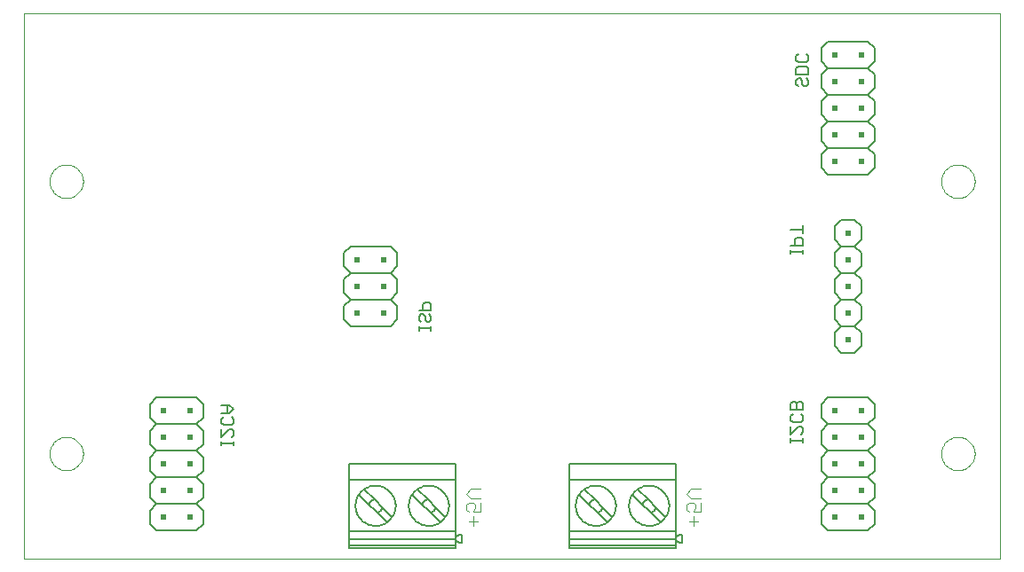
<source format=gbo>
G75*
G70*
%OFA0B0*%
%FSLAX24Y24*%
%IPPOS*%
%LPD*%
%AMOC8*
5,1,8,0,0,1.08239X$1,22.5*
%
%ADD10C,0.0000*%
%ADD11C,0.0040*%
%ADD12C,0.0060*%
%ADD13R,0.0200X0.0200*%
%ADD14C,0.0050*%
%ADD15C,0.0080*%
D10*
X000377Y000377D02*
X036991Y000377D01*
X036991Y020849D01*
X000377Y020849D01*
X000377Y000377D01*
X001322Y004314D02*
X001324Y004364D01*
X001330Y004414D01*
X001340Y004463D01*
X001354Y004511D01*
X001371Y004558D01*
X001392Y004603D01*
X001417Y004647D01*
X001445Y004688D01*
X001477Y004727D01*
X001511Y004764D01*
X001548Y004798D01*
X001588Y004828D01*
X001630Y004855D01*
X001674Y004879D01*
X001720Y004900D01*
X001767Y004916D01*
X001815Y004929D01*
X001865Y004938D01*
X001914Y004943D01*
X001965Y004944D01*
X002015Y004941D01*
X002064Y004934D01*
X002113Y004923D01*
X002161Y004908D01*
X002207Y004890D01*
X002252Y004868D01*
X002295Y004842D01*
X002336Y004813D01*
X002375Y004781D01*
X002411Y004746D01*
X002443Y004708D01*
X002473Y004668D01*
X002500Y004625D01*
X002523Y004581D01*
X002542Y004535D01*
X002558Y004487D01*
X002570Y004438D01*
X002578Y004389D01*
X002582Y004339D01*
X002582Y004289D01*
X002578Y004239D01*
X002570Y004190D01*
X002558Y004141D01*
X002542Y004093D01*
X002523Y004047D01*
X002500Y004003D01*
X002473Y003960D01*
X002443Y003920D01*
X002411Y003882D01*
X002375Y003847D01*
X002336Y003815D01*
X002295Y003786D01*
X002252Y003760D01*
X002207Y003738D01*
X002161Y003720D01*
X002113Y003705D01*
X002064Y003694D01*
X002015Y003687D01*
X001965Y003684D01*
X001914Y003685D01*
X001865Y003690D01*
X001815Y003699D01*
X001767Y003712D01*
X001720Y003728D01*
X001674Y003749D01*
X001630Y003773D01*
X001588Y003800D01*
X001548Y003830D01*
X001511Y003864D01*
X001477Y003901D01*
X001445Y003940D01*
X001417Y003981D01*
X001392Y004025D01*
X001371Y004070D01*
X001354Y004117D01*
X001340Y004165D01*
X001330Y004214D01*
X001324Y004264D01*
X001322Y004314D01*
X001322Y014550D02*
X001324Y014600D01*
X001330Y014650D01*
X001340Y014699D01*
X001354Y014747D01*
X001371Y014794D01*
X001392Y014839D01*
X001417Y014883D01*
X001445Y014924D01*
X001477Y014963D01*
X001511Y015000D01*
X001548Y015034D01*
X001588Y015064D01*
X001630Y015091D01*
X001674Y015115D01*
X001720Y015136D01*
X001767Y015152D01*
X001815Y015165D01*
X001865Y015174D01*
X001914Y015179D01*
X001965Y015180D01*
X002015Y015177D01*
X002064Y015170D01*
X002113Y015159D01*
X002161Y015144D01*
X002207Y015126D01*
X002252Y015104D01*
X002295Y015078D01*
X002336Y015049D01*
X002375Y015017D01*
X002411Y014982D01*
X002443Y014944D01*
X002473Y014904D01*
X002500Y014861D01*
X002523Y014817D01*
X002542Y014771D01*
X002558Y014723D01*
X002570Y014674D01*
X002578Y014625D01*
X002582Y014575D01*
X002582Y014525D01*
X002578Y014475D01*
X002570Y014426D01*
X002558Y014377D01*
X002542Y014329D01*
X002523Y014283D01*
X002500Y014239D01*
X002473Y014196D01*
X002443Y014156D01*
X002411Y014118D01*
X002375Y014083D01*
X002336Y014051D01*
X002295Y014022D01*
X002252Y013996D01*
X002207Y013974D01*
X002161Y013956D01*
X002113Y013941D01*
X002064Y013930D01*
X002015Y013923D01*
X001965Y013920D01*
X001914Y013921D01*
X001865Y013926D01*
X001815Y013935D01*
X001767Y013948D01*
X001720Y013964D01*
X001674Y013985D01*
X001630Y014009D01*
X001588Y014036D01*
X001548Y014066D01*
X001511Y014100D01*
X001477Y014137D01*
X001445Y014176D01*
X001417Y014217D01*
X001392Y014261D01*
X001371Y014306D01*
X001354Y014353D01*
X001340Y014401D01*
X001330Y014450D01*
X001324Y014500D01*
X001322Y014550D01*
X034786Y014550D02*
X034788Y014600D01*
X034794Y014650D01*
X034804Y014699D01*
X034818Y014747D01*
X034835Y014794D01*
X034856Y014839D01*
X034881Y014883D01*
X034909Y014924D01*
X034941Y014963D01*
X034975Y015000D01*
X035012Y015034D01*
X035052Y015064D01*
X035094Y015091D01*
X035138Y015115D01*
X035184Y015136D01*
X035231Y015152D01*
X035279Y015165D01*
X035329Y015174D01*
X035378Y015179D01*
X035429Y015180D01*
X035479Y015177D01*
X035528Y015170D01*
X035577Y015159D01*
X035625Y015144D01*
X035671Y015126D01*
X035716Y015104D01*
X035759Y015078D01*
X035800Y015049D01*
X035839Y015017D01*
X035875Y014982D01*
X035907Y014944D01*
X035937Y014904D01*
X035964Y014861D01*
X035987Y014817D01*
X036006Y014771D01*
X036022Y014723D01*
X036034Y014674D01*
X036042Y014625D01*
X036046Y014575D01*
X036046Y014525D01*
X036042Y014475D01*
X036034Y014426D01*
X036022Y014377D01*
X036006Y014329D01*
X035987Y014283D01*
X035964Y014239D01*
X035937Y014196D01*
X035907Y014156D01*
X035875Y014118D01*
X035839Y014083D01*
X035800Y014051D01*
X035759Y014022D01*
X035716Y013996D01*
X035671Y013974D01*
X035625Y013956D01*
X035577Y013941D01*
X035528Y013930D01*
X035479Y013923D01*
X035429Y013920D01*
X035378Y013921D01*
X035329Y013926D01*
X035279Y013935D01*
X035231Y013948D01*
X035184Y013964D01*
X035138Y013985D01*
X035094Y014009D01*
X035052Y014036D01*
X035012Y014066D01*
X034975Y014100D01*
X034941Y014137D01*
X034909Y014176D01*
X034881Y014217D01*
X034856Y014261D01*
X034835Y014306D01*
X034818Y014353D01*
X034804Y014401D01*
X034794Y014450D01*
X034788Y014500D01*
X034786Y014550D01*
X034786Y004314D02*
X034788Y004364D01*
X034794Y004414D01*
X034804Y004463D01*
X034818Y004511D01*
X034835Y004558D01*
X034856Y004603D01*
X034881Y004647D01*
X034909Y004688D01*
X034941Y004727D01*
X034975Y004764D01*
X035012Y004798D01*
X035052Y004828D01*
X035094Y004855D01*
X035138Y004879D01*
X035184Y004900D01*
X035231Y004916D01*
X035279Y004929D01*
X035329Y004938D01*
X035378Y004943D01*
X035429Y004944D01*
X035479Y004941D01*
X035528Y004934D01*
X035577Y004923D01*
X035625Y004908D01*
X035671Y004890D01*
X035716Y004868D01*
X035759Y004842D01*
X035800Y004813D01*
X035839Y004781D01*
X035875Y004746D01*
X035907Y004708D01*
X035937Y004668D01*
X035964Y004625D01*
X035987Y004581D01*
X036006Y004535D01*
X036022Y004487D01*
X036034Y004438D01*
X036042Y004389D01*
X036046Y004339D01*
X036046Y004289D01*
X036042Y004239D01*
X036034Y004190D01*
X036022Y004141D01*
X036006Y004093D01*
X035987Y004047D01*
X035964Y004003D01*
X035937Y003960D01*
X035907Y003920D01*
X035875Y003882D01*
X035839Y003847D01*
X035800Y003815D01*
X035759Y003786D01*
X035716Y003760D01*
X035671Y003738D01*
X035625Y003720D01*
X035577Y003705D01*
X035528Y003694D01*
X035479Y003687D01*
X035429Y003684D01*
X035378Y003685D01*
X035329Y003690D01*
X035279Y003699D01*
X035231Y003712D01*
X035184Y003728D01*
X035138Y003749D01*
X035094Y003773D01*
X035052Y003800D01*
X035012Y003830D01*
X034975Y003864D01*
X034941Y003901D01*
X034909Y003940D01*
X034881Y003981D01*
X034856Y004025D01*
X034835Y004070D01*
X034818Y004117D01*
X034804Y004165D01*
X034794Y004214D01*
X034788Y004264D01*
X034786Y004314D01*
D11*
X025751Y002984D02*
X025404Y002984D01*
X025231Y002811D01*
X025404Y002637D01*
X025751Y002637D01*
X025751Y002468D02*
X025751Y002121D01*
X025491Y002121D01*
X025578Y002295D01*
X025578Y002382D01*
X025491Y002468D01*
X025317Y002468D01*
X025231Y002382D01*
X025231Y002208D01*
X025317Y002121D01*
X025491Y001953D02*
X025491Y001606D01*
X025664Y001779D02*
X025317Y001779D01*
X017483Y002121D02*
X017223Y002121D01*
X017310Y002295D01*
X017310Y002382D01*
X017223Y002468D01*
X017050Y002468D01*
X016963Y002382D01*
X016963Y002208D01*
X017050Y002121D01*
X017223Y001953D02*
X017223Y001606D01*
X017050Y001779D02*
X017397Y001779D01*
X017483Y002121D02*
X017483Y002468D01*
X017483Y002637D02*
X017136Y002637D01*
X016963Y002811D01*
X017136Y002984D01*
X017483Y002984D01*
D12*
X014119Y009113D02*
X012619Y009113D01*
X012369Y009363D01*
X012369Y009863D01*
X012619Y010113D01*
X014119Y010113D01*
X014369Y009863D01*
X014369Y009363D01*
X014119Y009113D01*
X014119Y010113D02*
X014369Y010363D01*
X014369Y010863D01*
X014119Y011113D01*
X012619Y011113D01*
X012369Y010863D01*
X012369Y010363D01*
X012619Y010113D01*
X012619Y011113D02*
X012369Y011363D01*
X012369Y011863D01*
X012619Y012113D01*
X014119Y012113D01*
X014369Y011863D01*
X014369Y011363D01*
X014119Y011113D01*
X007086Y006170D02*
X006836Y006420D01*
X005336Y006420D01*
X005086Y006170D01*
X005086Y005670D01*
X005336Y005420D01*
X006836Y005420D01*
X007086Y005170D01*
X007086Y004670D01*
X006836Y004420D01*
X005336Y004420D01*
X005086Y004170D01*
X005086Y003670D01*
X005336Y003420D01*
X006836Y003420D01*
X007086Y003170D01*
X007086Y002670D01*
X006836Y002420D01*
X007086Y002170D01*
X007086Y001670D01*
X006836Y001420D01*
X005336Y001420D01*
X005086Y001670D01*
X005086Y002170D01*
X005336Y002420D01*
X006836Y002420D01*
X005336Y002420D02*
X005086Y002670D01*
X005086Y003170D01*
X005336Y003420D01*
X005336Y004420D02*
X005086Y004670D01*
X005086Y005170D01*
X005336Y005420D01*
X006836Y005420D02*
X007086Y005670D01*
X007086Y006170D01*
X006836Y004420D02*
X007086Y004170D01*
X007086Y003670D01*
X006836Y003420D01*
X030282Y003170D02*
X030282Y002670D01*
X030532Y002420D01*
X030282Y002170D01*
X030282Y001670D01*
X030532Y001420D01*
X032032Y001420D01*
X032282Y001670D01*
X032282Y002170D01*
X032032Y002420D01*
X030532Y002420D01*
X030282Y003170D02*
X030532Y003420D01*
X032032Y003420D01*
X032282Y003170D01*
X032282Y002670D01*
X032032Y002420D01*
X032032Y003420D02*
X032282Y003670D01*
X032282Y004170D01*
X032032Y004420D01*
X030532Y004420D01*
X030282Y004170D01*
X030282Y003670D01*
X030532Y003420D01*
X030532Y004420D02*
X030282Y004670D01*
X030282Y005170D01*
X030532Y005420D01*
X032032Y005420D01*
X032282Y005170D01*
X032282Y004670D01*
X032032Y004420D01*
X032032Y005420D02*
X032282Y005670D01*
X032282Y006170D01*
X032032Y006420D01*
X030532Y006420D01*
X030282Y006170D01*
X030282Y005670D01*
X030532Y005420D01*
X031032Y008113D02*
X030782Y008363D01*
X030782Y008863D01*
X031032Y009113D01*
X030782Y009363D01*
X030782Y009863D01*
X031032Y010113D01*
X031532Y010113D01*
X031782Y009863D01*
X031782Y009363D01*
X031532Y009113D01*
X031032Y009113D01*
X031532Y009113D02*
X031782Y008863D01*
X031782Y008363D01*
X031532Y008113D01*
X031032Y008113D01*
X031032Y010113D02*
X030782Y010363D01*
X030782Y010863D01*
X031032Y011113D01*
X030782Y011363D01*
X030782Y011863D01*
X031032Y012113D01*
X030782Y012363D01*
X030782Y012863D01*
X031032Y013113D01*
X031532Y013113D01*
X031782Y012863D01*
X031782Y012363D01*
X031532Y012113D01*
X031032Y012113D01*
X031532Y012113D02*
X031782Y011863D01*
X031782Y011363D01*
X031532Y011113D01*
X031032Y011113D01*
X031532Y011113D02*
X031782Y010863D01*
X031782Y010363D01*
X031532Y010113D01*
X032032Y014806D02*
X030532Y014806D01*
X030282Y015056D01*
X030282Y015556D01*
X030532Y015806D01*
X032032Y015806D01*
X032282Y015556D01*
X032282Y015056D01*
X032032Y014806D01*
X032032Y015806D02*
X032282Y016056D01*
X032282Y016556D01*
X032032Y016806D01*
X030532Y016806D01*
X030282Y016556D01*
X030282Y016056D01*
X030532Y015806D01*
X030532Y016806D02*
X030282Y017056D01*
X030282Y017556D01*
X030532Y017806D01*
X032032Y017806D01*
X032282Y017556D01*
X032282Y017056D01*
X032032Y016806D01*
X032032Y017806D02*
X032282Y018056D01*
X032282Y018556D01*
X032032Y018806D01*
X030532Y018806D01*
X030282Y018556D01*
X030282Y018056D01*
X030532Y017806D01*
X030532Y018806D02*
X030282Y019056D01*
X030282Y019556D01*
X030532Y019806D01*
X032032Y019806D01*
X032282Y019556D01*
X032282Y019056D01*
X032032Y018806D01*
D13*
X031782Y019306D03*
X030782Y019306D03*
X030782Y018306D03*
X031782Y018306D03*
X031782Y017306D03*
X030782Y017306D03*
X030782Y016306D03*
X031782Y016306D03*
X031782Y015306D03*
X030782Y015306D03*
X031282Y012613D03*
X031282Y011613D03*
X031282Y010613D03*
X031282Y009613D03*
X031282Y008613D03*
X030782Y005920D03*
X031782Y005920D03*
X031782Y004920D03*
X030782Y004920D03*
X030782Y003920D03*
X031782Y003920D03*
X031782Y002920D03*
X030782Y002920D03*
X030782Y001920D03*
X031782Y001920D03*
X013869Y009613D03*
X012869Y009613D03*
X012869Y010613D03*
X013869Y010613D03*
X013869Y011613D03*
X012869Y011613D03*
X006586Y005920D03*
X005586Y005920D03*
X005586Y004920D03*
X006586Y004920D03*
X006586Y003920D03*
X005586Y003920D03*
X005586Y002920D03*
X006586Y002920D03*
X006586Y001920D03*
X005586Y001920D03*
D14*
X007776Y004619D02*
X007776Y004769D01*
X007776Y004694D02*
X008226Y004694D01*
X008226Y004619D02*
X008226Y004769D01*
X008151Y004926D02*
X008226Y005001D01*
X008226Y005151D01*
X008151Y005226D01*
X008076Y005226D01*
X007776Y004926D01*
X007776Y005226D01*
X007851Y005387D02*
X007776Y005462D01*
X007776Y005612D01*
X007851Y005687D01*
X007776Y005847D02*
X008076Y005847D01*
X008226Y005997D01*
X008076Y006147D01*
X007776Y006147D01*
X008001Y006147D02*
X008001Y005847D01*
X008151Y005687D02*
X008226Y005612D01*
X008226Y005462D01*
X008151Y005387D01*
X007851Y005387D01*
X015187Y008942D02*
X015187Y009092D01*
X015187Y009017D02*
X015638Y009017D01*
X015638Y008942D02*
X015638Y009092D01*
X015563Y009249D02*
X015488Y009249D01*
X015412Y009324D01*
X015412Y009474D01*
X015337Y009549D01*
X015262Y009549D01*
X015187Y009474D01*
X015187Y009324D01*
X015262Y009249D01*
X015563Y009249D02*
X015638Y009324D01*
X015638Y009474D01*
X015563Y009549D01*
X015638Y009709D02*
X015187Y009709D01*
X015337Y009709D02*
X015337Y009934D01*
X015412Y010009D01*
X015563Y010009D01*
X015638Y009934D01*
X015638Y009709D01*
X029142Y011819D02*
X029142Y011969D01*
X029142Y011894D02*
X029592Y011894D01*
X029592Y011819D02*
X029592Y011969D01*
X029592Y012126D02*
X029592Y012351D01*
X029517Y012426D01*
X029367Y012426D01*
X029292Y012351D01*
X029292Y012126D01*
X029142Y012126D02*
X029592Y012126D01*
X029592Y012586D02*
X029592Y012887D01*
X029592Y012737D02*
X029142Y012737D01*
X029414Y018118D02*
X029339Y018193D01*
X029339Y018344D01*
X029414Y018419D01*
X029489Y018419D01*
X029564Y018344D01*
X029564Y018193D01*
X029639Y018118D01*
X029714Y018118D01*
X029789Y018193D01*
X029789Y018344D01*
X029714Y018419D01*
X029789Y018579D02*
X029339Y018579D01*
X029339Y018804D01*
X029414Y018879D01*
X029714Y018879D01*
X029789Y018804D01*
X029789Y018579D01*
X029714Y019039D02*
X029414Y019039D01*
X029339Y019114D01*
X029339Y019264D01*
X029414Y019339D01*
X029714Y019339D02*
X029789Y019264D01*
X029789Y019114D01*
X029714Y019039D01*
X029517Y006261D02*
X029442Y006261D01*
X029367Y006185D01*
X029367Y005960D01*
X029217Y005800D02*
X029142Y005725D01*
X029142Y005575D01*
X029217Y005500D01*
X029517Y005500D01*
X029592Y005575D01*
X029592Y005725D01*
X029517Y005800D01*
X029592Y005960D02*
X029142Y005960D01*
X029142Y006185D01*
X029217Y006261D01*
X029292Y006261D01*
X029367Y006185D01*
X029517Y006261D02*
X029592Y006185D01*
X029592Y005960D01*
X029517Y005340D02*
X029592Y005265D01*
X029592Y005115D01*
X029517Y005039D01*
X029592Y004883D02*
X029592Y004733D01*
X029592Y004808D02*
X029142Y004808D01*
X029142Y004733D02*
X029142Y004883D01*
X029142Y005039D02*
X029442Y005340D01*
X029517Y005340D01*
X029142Y005340D02*
X029142Y005039D01*
D15*
X024826Y003940D02*
X024826Y003339D01*
X024826Y003149D01*
X024826Y001575D01*
X024826Y001382D01*
X020826Y001382D01*
X020826Y001114D01*
X020826Y000869D01*
X020826Y000751D01*
X024826Y000751D01*
X024826Y000869D01*
X020826Y000869D01*
X020826Y001114D02*
X024826Y001114D01*
X024826Y001036D01*
X024826Y000869D01*
X024947Y000976D02*
X024877Y001036D01*
X024826Y001036D01*
X024826Y001114D02*
X024826Y001199D01*
X024826Y001382D01*
X024947Y001258D02*
X024877Y001199D01*
X024826Y001199D01*
X024947Y001258D02*
X025051Y001258D01*
X025051Y000976D01*
X024947Y000976D01*
X024249Y001738D02*
X023889Y002097D01*
X023826Y002160D01*
X023578Y002408D01*
X023209Y002778D01*
X023404Y002973D02*
X023779Y002597D01*
X023826Y002550D01*
X024078Y002299D01*
X024443Y001933D01*
X024078Y002298D02*
X024071Y002270D01*
X024061Y002243D01*
X024047Y002217D01*
X024031Y002192D01*
X024013Y002170D01*
X023992Y002150D01*
X023968Y002132D01*
X023943Y002117D01*
X023917Y002106D01*
X023889Y002097D01*
X023578Y002408D02*
X023587Y002436D01*
X023598Y002462D01*
X023613Y002487D01*
X023631Y002511D01*
X023651Y002532D01*
X023673Y002550D01*
X023698Y002566D01*
X023724Y002580D01*
X023751Y002590D01*
X023779Y002597D01*
X023072Y002355D02*
X023074Y002409D01*
X023080Y002464D01*
X023090Y002517D01*
X023103Y002570D01*
X023121Y002621D01*
X023142Y002672D01*
X023166Y002720D01*
X023194Y002767D01*
X023226Y002811D01*
X023260Y002853D01*
X023298Y002893D01*
X023338Y002930D01*
X023381Y002963D01*
X023426Y002994D01*
X023473Y003021D01*
X023522Y003045D01*
X023572Y003065D01*
X023624Y003082D01*
X023677Y003094D01*
X023731Y003103D01*
X023785Y003108D01*
X023840Y003109D01*
X023894Y003106D01*
X023948Y003099D01*
X024001Y003088D01*
X024054Y003074D01*
X024105Y003055D01*
X024155Y003033D01*
X024203Y003008D01*
X024249Y002979D01*
X024293Y002947D01*
X024335Y002912D01*
X024373Y002874D01*
X024409Y002833D01*
X024442Y002789D01*
X024472Y002744D01*
X024498Y002696D01*
X024521Y002647D01*
X024541Y002596D01*
X024556Y002544D01*
X024568Y002490D01*
X024576Y002437D01*
X024580Y002382D01*
X024580Y002328D01*
X024576Y002273D01*
X024568Y002220D01*
X024556Y002166D01*
X024541Y002114D01*
X024521Y002063D01*
X024498Y002014D01*
X024472Y001966D01*
X024442Y001921D01*
X024409Y001877D01*
X024373Y001836D01*
X024335Y001798D01*
X024293Y001763D01*
X024249Y001731D01*
X024203Y001702D01*
X024155Y001677D01*
X024105Y001655D01*
X024054Y001636D01*
X024001Y001622D01*
X023948Y001611D01*
X023894Y001604D01*
X023840Y001601D01*
X023785Y001602D01*
X023731Y001607D01*
X023677Y001616D01*
X023624Y001628D01*
X023572Y001645D01*
X023522Y001665D01*
X023473Y001689D01*
X023426Y001716D01*
X023381Y001747D01*
X023338Y001780D01*
X023298Y001817D01*
X023260Y001857D01*
X023226Y001899D01*
X023194Y001943D01*
X023166Y001990D01*
X023142Y002038D01*
X023121Y002089D01*
X023103Y002140D01*
X023090Y002193D01*
X023080Y002246D01*
X023074Y002301D01*
X023072Y002355D01*
X022443Y001933D02*
X022078Y002299D01*
X021826Y002550D01*
X021779Y002597D01*
X021404Y002973D01*
X021209Y002778D02*
X021578Y002408D01*
X021826Y002160D01*
X021889Y002097D01*
X022249Y001738D01*
X021889Y002097D02*
X021917Y002106D01*
X021943Y002117D01*
X021968Y002132D01*
X021992Y002150D01*
X022013Y002170D01*
X022031Y002192D01*
X022047Y002217D01*
X022061Y002243D01*
X022071Y002270D01*
X022078Y002298D01*
X021779Y002597D02*
X021751Y002590D01*
X021724Y002580D01*
X021698Y002566D01*
X021673Y002550D01*
X021651Y002532D01*
X021631Y002511D01*
X021613Y002487D01*
X021598Y002462D01*
X021587Y002436D01*
X021578Y002408D01*
X021072Y002355D02*
X021074Y002409D01*
X021080Y002464D01*
X021090Y002517D01*
X021103Y002570D01*
X021121Y002621D01*
X021142Y002672D01*
X021166Y002720D01*
X021194Y002767D01*
X021226Y002811D01*
X021260Y002853D01*
X021298Y002893D01*
X021338Y002930D01*
X021381Y002963D01*
X021426Y002994D01*
X021473Y003021D01*
X021522Y003045D01*
X021572Y003065D01*
X021624Y003082D01*
X021677Y003094D01*
X021731Y003103D01*
X021785Y003108D01*
X021840Y003109D01*
X021894Y003106D01*
X021948Y003099D01*
X022001Y003088D01*
X022054Y003074D01*
X022105Y003055D01*
X022155Y003033D01*
X022203Y003008D01*
X022249Y002979D01*
X022293Y002947D01*
X022335Y002912D01*
X022373Y002874D01*
X022409Y002833D01*
X022442Y002789D01*
X022472Y002744D01*
X022498Y002696D01*
X022521Y002647D01*
X022541Y002596D01*
X022556Y002544D01*
X022568Y002490D01*
X022576Y002437D01*
X022580Y002382D01*
X022580Y002328D01*
X022576Y002273D01*
X022568Y002220D01*
X022556Y002166D01*
X022541Y002114D01*
X022521Y002063D01*
X022498Y002014D01*
X022472Y001966D01*
X022442Y001921D01*
X022409Y001877D01*
X022373Y001836D01*
X022335Y001798D01*
X022293Y001763D01*
X022249Y001731D01*
X022203Y001702D01*
X022155Y001677D01*
X022105Y001655D01*
X022054Y001636D01*
X022001Y001622D01*
X021948Y001611D01*
X021894Y001604D01*
X021840Y001601D01*
X021785Y001602D01*
X021731Y001607D01*
X021677Y001616D01*
X021624Y001628D01*
X021572Y001645D01*
X021522Y001665D01*
X021473Y001689D01*
X021426Y001716D01*
X021381Y001747D01*
X021338Y001780D01*
X021298Y001817D01*
X021260Y001857D01*
X021226Y001899D01*
X021194Y001943D01*
X021166Y001990D01*
X021142Y002038D01*
X021121Y002089D01*
X021103Y002140D01*
X021090Y002193D01*
X021080Y002246D01*
X021074Y002301D01*
X021072Y002355D01*
X020826Y001575D02*
X020826Y003149D01*
X020826Y003339D01*
X020826Y003940D01*
X024826Y003940D01*
X024826Y003339D02*
X020826Y003339D01*
X020826Y001575D02*
X020826Y001382D01*
X016783Y001258D02*
X016783Y000976D01*
X016679Y000976D01*
X016609Y001036D01*
X016558Y001036D01*
X016558Y000869D01*
X016558Y000751D01*
X012558Y000751D01*
X012558Y000869D01*
X016558Y000869D01*
X016558Y001036D02*
X016558Y001114D01*
X012558Y001114D01*
X012558Y000869D01*
X012558Y001114D02*
X012558Y001382D01*
X012558Y001575D01*
X012558Y003149D01*
X012558Y003339D01*
X012558Y003940D01*
X016558Y003940D01*
X016558Y003339D01*
X016558Y003149D01*
X016558Y001575D01*
X016558Y001382D01*
X012558Y001382D01*
X013558Y002160D02*
X013621Y002097D01*
X013981Y001738D01*
X014176Y001933D02*
X013810Y002299D01*
X013558Y002550D01*
X013512Y002597D01*
X013136Y002973D01*
X012941Y002778D02*
X013310Y002408D01*
X013558Y002160D01*
X013621Y002097D02*
X013649Y002106D01*
X013675Y002117D01*
X013700Y002132D01*
X013724Y002150D01*
X013745Y002170D01*
X013763Y002192D01*
X013779Y002217D01*
X013793Y002243D01*
X013803Y002270D01*
X013810Y002298D01*
X013511Y002597D02*
X013483Y002590D01*
X013456Y002580D01*
X013430Y002566D01*
X013405Y002550D01*
X013383Y002532D01*
X013363Y002511D01*
X013345Y002487D01*
X013330Y002462D01*
X013319Y002436D01*
X013310Y002408D01*
X012804Y002355D02*
X012806Y002409D01*
X012812Y002464D01*
X012822Y002517D01*
X012835Y002570D01*
X012853Y002621D01*
X012874Y002672D01*
X012898Y002720D01*
X012926Y002767D01*
X012958Y002811D01*
X012992Y002853D01*
X013030Y002893D01*
X013070Y002930D01*
X013113Y002963D01*
X013158Y002994D01*
X013205Y003021D01*
X013254Y003045D01*
X013304Y003065D01*
X013356Y003082D01*
X013409Y003094D01*
X013463Y003103D01*
X013517Y003108D01*
X013572Y003109D01*
X013626Y003106D01*
X013680Y003099D01*
X013733Y003088D01*
X013786Y003074D01*
X013837Y003055D01*
X013887Y003033D01*
X013935Y003008D01*
X013981Y002979D01*
X014025Y002947D01*
X014067Y002912D01*
X014105Y002874D01*
X014141Y002833D01*
X014174Y002789D01*
X014204Y002744D01*
X014230Y002696D01*
X014253Y002647D01*
X014273Y002596D01*
X014288Y002544D01*
X014300Y002490D01*
X014308Y002437D01*
X014312Y002382D01*
X014312Y002328D01*
X014308Y002273D01*
X014300Y002220D01*
X014288Y002166D01*
X014273Y002114D01*
X014253Y002063D01*
X014230Y002014D01*
X014204Y001966D01*
X014174Y001921D01*
X014141Y001877D01*
X014105Y001836D01*
X014067Y001798D01*
X014025Y001763D01*
X013981Y001731D01*
X013935Y001702D01*
X013887Y001677D01*
X013837Y001655D01*
X013786Y001636D01*
X013733Y001622D01*
X013680Y001611D01*
X013626Y001604D01*
X013572Y001601D01*
X013517Y001602D01*
X013463Y001607D01*
X013409Y001616D01*
X013356Y001628D01*
X013304Y001645D01*
X013254Y001665D01*
X013205Y001689D01*
X013158Y001716D01*
X013113Y001747D01*
X013070Y001780D01*
X013030Y001817D01*
X012992Y001857D01*
X012958Y001899D01*
X012926Y001943D01*
X012898Y001990D01*
X012874Y002038D01*
X012853Y002089D01*
X012835Y002140D01*
X012822Y002193D01*
X012812Y002246D01*
X012806Y002301D01*
X012804Y002355D01*
X012558Y003339D02*
X016558Y003339D01*
X015558Y002550D02*
X015512Y002597D01*
X015136Y002973D01*
X014941Y002778D02*
X015310Y002408D01*
X015558Y002160D01*
X015621Y002097D01*
X015981Y001738D01*
X016176Y001933D02*
X015810Y002299D01*
X015558Y002550D01*
X014804Y002355D02*
X014806Y002409D01*
X014812Y002464D01*
X014822Y002517D01*
X014835Y002570D01*
X014853Y002621D01*
X014874Y002672D01*
X014898Y002720D01*
X014926Y002767D01*
X014958Y002811D01*
X014992Y002853D01*
X015030Y002893D01*
X015070Y002930D01*
X015113Y002963D01*
X015158Y002994D01*
X015205Y003021D01*
X015254Y003045D01*
X015304Y003065D01*
X015356Y003082D01*
X015409Y003094D01*
X015463Y003103D01*
X015517Y003108D01*
X015572Y003109D01*
X015626Y003106D01*
X015680Y003099D01*
X015733Y003088D01*
X015786Y003074D01*
X015837Y003055D01*
X015887Y003033D01*
X015935Y003008D01*
X015981Y002979D01*
X016025Y002947D01*
X016067Y002912D01*
X016105Y002874D01*
X016141Y002833D01*
X016174Y002789D01*
X016204Y002744D01*
X016230Y002696D01*
X016253Y002647D01*
X016273Y002596D01*
X016288Y002544D01*
X016300Y002490D01*
X016308Y002437D01*
X016312Y002382D01*
X016312Y002328D01*
X016308Y002273D01*
X016300Y002220D01*
X016288Y002166D01*
X016273Y002114D01*
X016253Y002063D01*
X016230Y002014D01*
X016204Y001966D01*
X016174Y001921D01*
X016141Y001877D01*
X016105Y001836D01*
X016067Y001798D01*
X016025Y001763D01*
X015981Y001731D01*
X015935Y001702D01*
X015887Y001677D01*
X015837Y001655D01*
X015786Y001636D01*
X015733Y001622D01*
X015680Y001611D01*
X015626Y001604D01*
X015572Y001601D01*
X015517Y001602D01*
X015463Y001607D01*
X015409Y001616D01*
X015356Y001628D01*
X015304Y001645D01*
X015254Y001665D01*
X015205Y001689D01*
X015158Y001716D01*
X015113Y001747D01*
X015070Y001780D01*
X015030Y001817D01*
X014992Y001857D01*
X014958Y001899D01*
X014926Y001943D01*
X014898Y001990D01*
X014874Y002038D01*
X014853Y002089D01*
X014835Y002140D01*
X014822Y002193D01*
X014812Y002246D01*
X014806Y002301D01*
X014804Y002355D01*
X015310Y002408D02*
X015319Y002436D01*
X015330Y002462D01*
X015345Y002487D01*
X015363Y002511D01*
X015383Y002532D01*
X015405Y002550D01*
X015430Y002566D01*
X015456Y002580D01*
X015483Y002590D01*
X015511Y002597D01*
X015810Y002298D02*
X015803Y002270D01*
X015793Y002243D01*
X015779Y002217D01*
X015763Y002192D01*
X015745Y002170D01*
X015724Y002150D01*
X015700Y002132D01*
X015675Y002117D01*
X015649Y002106D01*
X015621Y002097D01*
X016558Y001382D02*
X016558Y001199D01*
X016558Y001114D01*
X016558Y001199D02*
X016609Y001199D01*
X016679Y001258D01*
X016783Y001258D01*
M02*

</source>
